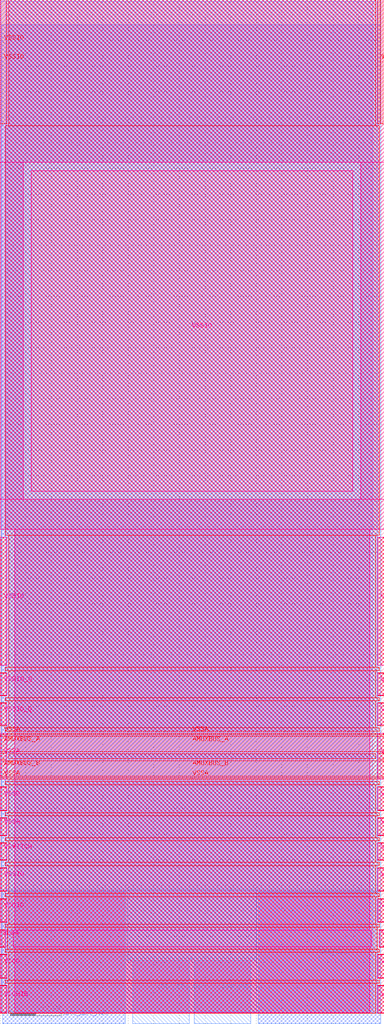
<source format=lef>
VERSION 5.7 ;
  NOWIREEXTENSIONATPIN ON ;
  DIVIDERCHAR "/" ;
  BUSBITCHARS "[]" ;
MACRO sky130_ef_io__vssio_hvc_pad
  CLASS PAD GROUND ;
  FOREIGN sky130_ef_io__vssio_hvc_pad ;
  ORIGIN 0.000 0.000 ;
  SIZE 75.000 BY 197.965 ;
  PIN AMUXBUS_A
    DIRECTION INOUT ;
    USE SIGNAL ;
    PORT
      LAYER met4 ;
        RECT 0.000 51.090 75.000 54.070 ;
    END
    PORT
      LAYER met4 ;
        RECT 0.000 51.090 1.270 54.070 ;
    END
  END AMUXBUS_A
  PIN AMUXBUS_B
    DIRECTION INOUT ;
    USE SIGNAL ;
    PORT
      LAYER met4 ;
        RECT 0.000 46.330 75.000 49.310 ;
    END
    PORT
      LAYER met4 ;
        RECT 0.000 46.330 1.270 49.310 ;
    END
  END AMUXBUS_B
  PIN DRN_HVC
    DIRECTION INOUT ;
    USE POWER ;
    PORT
      LAYER met2 ;
        RECT 50.390 -2.035 74.290 23.625 ;
    END
    PORT
      LAYER met3 ;
        RECT 37.890 -2.035 48.890 10.345 ;
    END
  END DRN_HVC
  PIN SRC_BDY_HVC
    DIRECTION INOUT ;
    USE GROUND ;
    PORT
      LAYER met2 ;
        RECT 0.495 -2.035 24.395 0.020 ;
    END
    PORT
      LAYER met3 ;
        RECT 25.895 -2.035 36.895 10.390 ;
    END
  END SRC_BDY_HVC
  PIN VSSA
    DIRECTION INOUT ;
    USE GROUND ;
    PORT
      LAYER met5 ;
        RECT 73.730 45.700 75.000 54.700 ;
    END
    PORT
      LAYER met5 ;
        RECT 73.730 34.805 75.000 38.050 ;
    END
    PORT
      LAYER met5 ;
        RECT 0.000 45.700 1.270 54.700 ;
    END
    PORT
      LAYER met5 ;
        RECT 0.000 34.805 1.270 38.050 ;
    END
    PORT
      LAYER met4 ;
        RECT 73.730 49.610 75.000 50.790 ;
    END
    PORT
      LAYER met4 ;
        RECT 0.000 54.370 75.000 54.700 ;
    END
    PORT
      LAYER met4 ;
        RECT 0.000 45.700 75.000 46.030 ;
    END
    PORT
      LAYER met4 ;
        RECT 73.730 34.700 75.000 38.150 ;
    END
    PORT
      LAYER met4 ;
        RECT 0.000 45.700 1.270 46.030 ;
    END
    PORT
      LAYER met4 ;
        RECT 0.000 49.610 1.270 50.790 ;
    END
    PORT
      LAYER met4 ;
        RECT 0.000 54.370 1.270 54.700 ;
    END
    PORT
      LAYER met4 ;
        RECT 0.000 34.700 1.270 38.150 ;
    END
  END VSSA
  PIN VDDA
    DIRECTION INOUT ;
    USE POWER ;
    PORT
      LAYER met5 ;
        RECT 74.035 13.000 75.000 16.250 ;
    END
    PORT
      LAYER met5 ;
        RECT 0.000 13.000 0.965 16.250 ;
    END
    PORT
      LAYER met4 ;
        RECT 74.035 12.900 75.000 16.350 ;
    END
    PORT
      LAYER met4 ;
        RECT 0.000 12.900 0.965 16.350 ;
    END
  END VDDA
  PIN VSWITCH
    DIRECTION INOUT ;
    USE POWER ;
    PORT
      LAYER met5 ;
        RECT 73.730 29.950 75.000 33.200 ;
    END
    PORT
      LAYER met5 ;
        RECT 0.000 29.950 1.270 33.200 ;
    END
    PORT
      LAYER met4 ;
        RECT 73.730 29.850 75.000 33.300 ;
    END
    PORT
      LAYER met4 ;
        RECT 0.000 29.850 1.270 33.300 ;
    END
  END VSWITCH
  PIN VDDIO_Q
    DIRECTION INOUT ;
    USE POWER ;
    PORT
      LAYER met5 ;
        RECT 73.730 62.150 75.000 66.400 ;
    END
    PORT
      LAYER met5 ;
        RECT 0.000 62.150 1.270 66.400 ;
    END
    PORT
      LAYER met4 ;
        RECT 73.730 62.050 75.000 66.500 ;
    END
    PORT
      LAYER met4 ;
        RECT 0.000 62.050 1.270 66.500 ;
    END
  END VDDIO_Q
  PIN VCCHIB
    DIRECTION INOUT ;
    USE POWER ;
    PORT
      LAYER met5 ;
        RECT 73.730 0.100 75.000 5.350 ;
    END
    PORT
      LAYER met5 ;
        RECT 0.000 0.100 1.270 5.350 ;
    END
    PORT
      LAYER met4 ;
        RECT 73.730 0.000 75.000 5.450 ;
    END
    PORT
      LAYER met4 ;
        RECT 0.000 0.000 1.270 5.450 ;
    END
  END VCCHIB
  PIN VDDIO
    DIRECTION INOUT ;
    USE POWER ;
    PORT
      LAYER met5 ;
        RECT 73.730 68.000 75.000 92.950 ;
    END
    PORT
      LAYER met5 ;
        RECT 73.730 17.850 75.000 22.300 ;
    END
    PORT
      LAYER met5 ;
        RECT 0.000 68.000 1.270 92.950 ;
    END
    PORT
      LAYER met5 ;
        RECT 0.000 17.850 1.270 22.300 ;
    END
    PORT
      LAYER met4 ;
        RECT 73.730 17.750 75.000 22.400 ;
    END
    PORT
      LAYER met4 ;
        RECT 73.730 68.000 75.000 92.965 ;
    END
    PORT
      LAYER met4 ;
        RECT 0.000 17.750 1.270 22.400 ;
    END
    PORT
      LAYER met4 ;
        RECT 0.000 68.000 1.270 92.965 ;
    END
  END VDDIO
  PIN VCCD
    DIRECTION INOUT ;
    USE POWER ;
    PORT
      LAYER met5 ;
        RECT 73.730 6.950 75.000 11.400 ;
    END
    PORT
      LAYER met5 ;
        RECT 0.000 6.950 1.270 11.400 ;
    END
    PORT
      LAYER met4 ;
        RECT 73.730 6.850 75.000 11.500 ;
    END
    PORT
      LAYER met4 ;
        RECT 0.000 6.850 1.270 11.500 ;
    END
  END VCCD
  PIN VSSIO
    DIRECTION INOUT ;
    USE GROUND ;
    PORT
      LAYER met5 ;
        RECT 6.100 101.975 68.800 164.590 ;
    END
    PORT
      LAYER met4 ;
        RECT 0.630 189.565 0.640 189.575 ;
    END
    PORT
      LAYER met4 ;
        RECT 74.250 173.750 75.000 197.965 ;
    END
    PORT
      LAYER met3 ;
        RECT 0.495 -2.035 24.395 23.815 ;
    END
    PORT
      LAYER met3 ;
        RECT 50.390 -2.035 74.290 23.815 ;
    END
    PORT
      LAYER met5 ;
        RECT 73.730 23.900 75.000 28.350 ;
    END
    PORT
      LAYER met5 ;
        RECT 0.000 23.900 1.270 28.350 ;
    END
    PORT
      LAYER met4 ;
        RECT 73.730 23.800 75.000 28.450 ;
    END
    PORT
      LAYER met4 ;
        RECT 73.730 173.750 75.000 197.965 ;
    END
    PORT
      LAYER met4 ;
        RECT 0.000 173.750 1.270 197.965 ;
    END
    PORT
      LAYER met4 ;
        RECT 0.000 23.800 1.270 28.450 ;
    END
  END VSSIO
  PIN VSSD
    DIRECTION INOUT ;
    USE GROUND ;
    PORT
      LAYER met5 ;
        RECT 73.730 39.650 75.000 44.100 ;
    END
    PORT
      LAYER met5 ;
        RECT 0.000 39.650 1.270 44.100 ;
    END
    PORT
      LAYER met4 ;
        RECT 73.730 39.550 75.000 44.200 ;
    END
    PORT
      LAYER met4 ;
        RECT 0.000 39.550 1.270 44.200 ;
    END
  END VSSD
  PIN VSSIO_Q
    DIRECTION INOUT ;
    USE GROUND ;
    PORT
      LAYER met5 ;
        RECT 73.730 56.300 75.000 60.550 ;
    END
    PORT
      LAYER met5 ;
        RECT 0.000 56.300 1.270 60.550 ;
    END
    PORT
      LAYER met4 ;
        RECT 73.730 56.200 75.000 60.650 ;
    END
    PORT
      LAYER met4 ;
        RECT 0.000 56.200 1.270 60.650 ;
    END
  END VSSIO_Q
  OBS
      LAYER li1 ;
        RECT 1.070 0.000 72.775 197.660 ;
      LAYER met1 ;
        RECT 0.185 0.000 73.620 197.690 ;
      LAYER met2 ;
        RECT 0.265 23.905 74.290 193.040 ;
        RECT 0.265 0.300 50.110 23.905 ;
        RECT 24.675 0.000 50.110 0.300 ;
      LAYER met3 ;
        RECT 0.240 24.215 74.290 197.965 ;
        RECT 24.795 10.790 49.990 24.215 ;
        RECT 24.795 10.345 25.495 10.790 ;
        RECT 37.295 10.745 49.990 10.790 ;
        RECT 37.295 10.345 37.490 10.745 ;
        RECT 49.290 10.345 49.990 10.745 ;
      LAYER met4 ;
        RECT 1.670 173.350 73.330 197.965 ;
        RECT 0.965 93.365 74.035 173.350 ;
        RECT 1.670 67.600 73.330 93.365 ;
        RECT 0.965 66.900 74.035 67.600 ;
        RECT 1.670 61.650 73.330 66.900 ;
        RECT 0.965 61.050 74.035 61.650 ;
        RECT 1.670 55.800 73.330 61.050 ;
        RECT 0.965 55.100 74.035 55.800 ;
        RECT 1.670 49.710 73.330 50.690 ;
        RECT 0.965 44.600 74.035 45.300 ;
        RECT 1.670 39.150 73.330 44.600 ;
        RECT 0.965 38.550 74.035 39.150 ;
        RECT 1.670 34.300 73.330 38.550 ;
        RECT 0.965 33.700 74.035 34.300 ;
        RECT 1.670 29.450 73.330 33.700 ;
        RECT 0.965 28.850 74.035 29.450 ;
        RECT 1.670 23.400 73.330 28.850 ;
        RECT 0.965 22.800 74.035 23.400 ;
        RECT 1.670 17.350 73.330 22.800 ;
        RECT 0.965 16.750 74.035 17.350 ;
        RECT 1.365 12.500 73.635 16.750 ;
        RECT 0.965 11.900 74.035 12.500 ;
        RECT 1.670 6.450 73.330 11.900 ;
        RECT 0.965 5.850 74.035 6.450 ;
        RECT 1.670 0.000 73.330 5.850 ;
      LAYER met5 ;
        RECT 0.000 166.190 75.000 197.965 ;
        RECT 0.000 100.375 4.500 166.190 ;
        RECT 70.400 100.375 75.000 166.190 ;
        RECT 0.000 94.550 75.000 100.375 ;
        RECT 2.870 16.250 72.130 94.550 ;
        RECT 2.565 13.000 72.435 16.250 ;
        RECT 2.870 0.100 72.130 13.000 ;
  END
END sky130_ef_io__vssio_hvc_pad
END LIBRARY


</source>
